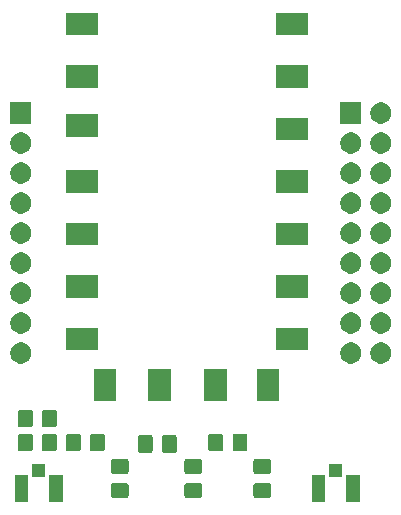
<source format=gbr>
G04 #@! TF.GenerationSoftware,KiCad,Pcbnew,5.1.5+dfsg1-2build2*
G04 #@! TF.CreationDate,2021-10-04T21:53:14-05:00*
G04 #@! TF.ProjectId,SA818_DIL,53413831-385f-4444-994c-2e6b69636164,rev?*
G04 #@! TF.SameCoordinates,Original*
G04 #@! TF.FileFunction,Soldermask,Top*
G04 #@! TF.FilePolarity,Negative*
%FSLAX46Y46*%
G04 Gerber Fmt 4.6, Leading zero omitted, Abs format (unit mm)*
G04 Created by KiCad (PCBNEW 5.1.5+dfsg1-2build2) date 2021-10-04 21:53:14*
%MOMM*%
%LPD*%
G04 APERTURE LIST*
%ADD10C,0.100000*%
G04 APERTURE END LIST*
D10*
G36*
X102601000Y-146914000D02*
G01*
X101449000Y-146914000D01*
X101449000Y-144612000D01*
X102601000Y-144612000D01*
X102601000Y-146914000D01*
G37*
G36*
X127752000Y-146914000D02*
G01*
X126600000Y-146914000D01*
X126600000Y-144612000D01*
X127752000Y-144612000D01*
X127752000Y-146914000D01*
G37*
G36*
X130702000Y-146914000D02*
G01*
X129550000Y-146914000D01*
X129550000Y-144612000D01*
X130702000Y-144612000D01*
X130702000Y-146914000D01*
G37*
G36*
X105551000Y-146914000D02*
G01*
X104399000Y-146914000D01*
X104399000Y-144612000D01*
X105551000Y-144612000D01*
X105551000Y-146914000D01*
G37*
G36*
X110951674Y-145310465D02*
G01*
X110989367Y-145321899D01*
X111024103Y-145340466D01*
X111054548Y-145365452D01*
X111079534Y-145395897D01*
X111098101Y-145430633D01*
X111109535Y-145468326D01*
X111114000Y-145513661D01*
X111114000Y-146350339D01*
X111109535Y-146395674D01*
X111098101Y-146433367D01*
X111079534Y-146468103D01*
X111054548Y-146498548D01*
X111024103Y-146523534D01*
X110989367Y-146542101D01*
X110951674Y-146553535D01*
X110906339Y-146558000D01*
X109819661Y-146558000D01*
X109774326Y-146553535D01*
X109736633Y-146542101D01*
X109701897Y-146523534D01*
X109671452Y-146498548D01*
X109646466Y-146468103D01*
X109627899Y-146433367D01*
X109616465Y-146395674D01*
X109612000Y-146350339D01*
X109612000Y-145513661D01*
X109616465Y-145468326D01*
X109627899Y-145430633D01*
X109646466Y-145395897D01*
X109671452Y-145365452D01*
X109701897Y-145340466D01*
X109736633Y-145321899D01*
X109774326Y-145310465D01*
X109819661Y-145306000D01*
X110906339Y-145306000D01*
X110951674Y-145310465D01*
G37*
G36*
X117174674Y-145310465D02*
G01*
X117212367Y-145321899D01*
X117247103Y-145340466D01*
X117277548Y-145365452D01*
X117302534Y-145395897D01*
X117321101Y-145430633D01*
X117332535Y-145468326D01*
X117337000Y-145513661D01*
X117337000Y-146350339D01*
X117332535Y-146395674D01*
X117321101Y-146433367D01*
X117302534Y-146468103D01*
X117277548Y-146498548D01*
X117247103Y-146523534D01*
X117212367Y-146542101D01*
X117174674Y-146553535D01*
X117129339Y-146558000D01*
X116042661Y-146558000D01*
X115997326Y-146553535D01*
X115959633Y-146542101D01*
X115924897Y-146523534D01*
X115894452Y-146498548D01*
X115869466Y-146468103D01*
X115850899Y-146433367D01*
X115839465Y-146395674D01*
X115835000Y-146350339D01*
X115835000Y-145513661D01*
X115839465Y-145468326D01*
X115850899Y-145430633D01*
X115869466Y-145395897D01*
X115894452Y-145365452D01*
X115924897Y-145340466D01*
X115959633Y-145321899D01*
X115997326Y-145310465D01*
X116042661Y-145306000D01*
X117129339Y-145306000D01*
X117174674Y-145310465D01*
G37*
G36*
X123016674Y-145310465D02*
G01*
X123054367Y-145321899D01*
X123089103Y-145340466D01*
X123119548Y-145365452D01*
X123144534Y-145395897D01*
X123163101Y-145430633D01*
X123174535Y-145468326D01*
X123179000Y-145513661D01*
X123179000Y-146350339D01*
X123174535Y-146395674D01*
X123163101Y-146433367D01*
X123144534Y-146468103D01*
X123119548Y-146498548D01*
X123089103Y-146523534D01*
X123054367Y-146542101D01*
X123016674Y-146553535D01*
X122971339Y-146558000D01*
X121884661Y-146558000D01*
X121839326Y-146553535D01*
X121801633Y-146542101D01*
X121766897Y-146523534D01*
X121736452Y-146498548D01*
X121711466Y-146468103D01*
X121692899Y-146433367D01*
X121681465Y-146395674D01*
X121677000Y-146350339D01*
X121677000Y-145513661D01*
X121681465Y-145468326D01*
X121692899Y-145430633D01*
X121711466Y-145395897D01*
X121736452Y-145365452D01*
X121766897Y-145340466D01*
X121801633Y-145321899D01*
X121839326Y-145310465D01*
X121884661Y-145306000D01*
X122971339Y-145306000D01*
X123016674Y-145310465D01*
G37*
G36*
X129202000Y-144814000D02*
G01*
X128100000Y-144814000D01*
X128100000Y-143662000D01*
X129202000Y-143662000D01*
X129202000Y-144814000D01*
G37*
G36*
X104051000Y-144814000D02*
G01*
X102949000Y-144814000D01*
X102949000Y-143662000D01*
X104051000Y-143662000D01*
X104051000Y-144814000D01*
G37*
G36*
X110951674Y-143260465D02*
G01*
X110989367Y-143271899D01*
X111024103Y-143290466D01*
X111054548Y-143315452D01*
X111079534Y-143345897D01*
X111098101Y-143380633D01*
X111109535Y-143418326D01*
X111114000Y-143463661D01*
X111114000Y-144300339D01*
X111109535Y-144345674D01*
X111098101Y-144383367D01*
X111079534Y-144418103D01*
X111054548Y-144448548D01*
X111024103Y-144473534D01*
X110989367Y-144492101D01*
X110951674Y-144503535D01*
X110906339Y-144508000D01*
X109819661Y-144508000D01*
X109774326Y-144503535D01*
X109736633Y-144492101D01*
X109701897Y-144473534D01*
X109671452Y-144448548D01*
X109646466Y-144418103D01*
X109627899Y-144383367D01*
X109616465Y-144345674D01*
X109612000Y-144300339D01*
X109612000Y-143463661D01*
X109616465Y-143418326D01*
X109627899Y-143380633D01*
X109646466Y-143345897D01*
X109671452Y-143315452D01*
X109701897Y-143290466D01*
X109736633Y-143271899D01*
X109774326Y-143260465D01*
X109819661Y-143256000D01*
X110906339Y-143256000D01*
X110951674Y-143260465D01*
G37*
G36*
X117174674Y-143260465D02*
G01*
X117212367Y-143271899D01*
X117247103Y-143290466D01*
X117277548Y-143315452D01*
X117302534Y-143345897D01*
X117321101Y-143380633D01*
X117332535Y-143418326D01*
X117337000Y-143463661D01*
X117337000Y-144300339D01*
X117332535Y-144345674D01*
X117321101Y-144383367D01*
X117302534Y-144418103D01*
X117277548Y-144448548D01*
X117247103Y-144473534D01*
X117212367Y-144492101D01*
X117174674Y-144503535D01*
X117129339Y-144508000D01*
X116042661Y-144508000D01*
X115997326Y-144503535D01*
X115959633Y-144492101D01*
X115924897Y-144473534D01*
X115894452Y-144448548D01*
X115869466Y-144418103D01*
X115850899Y-144383367D01*
X115839465Y-144345674D01*
X115835000Y-144300339D01*
X115835000Y-143463661D01*
X115839465Y-143418326D01*
X115850899Y-143380633D01*
X115869466Y-143345897D01*
X115894452Y-143315452D01*
X115924897Y-143290466D01*
X115959633Y-143271899D01*
X115997326Y-143260465D01*
X116042661Y-143256000D01*
X117129339Y-143256000D01*
X117174674Y-143260465D01*
G37*
G36*
X123016674Y-143260465D02*
G01*
X123054367Y-143271899D01*
X123089103Y-143290466D01*
X123119548Y-143315452D01*
X123144534Y-143345897D01*
X123163101Y-143380633D01*
X123174535Y-143418326D01*
X123179000Y-143463661D01*
X123179000Y-144300339D01*
X123174535Y-144345674D01*
X123163101Y-144383367D01*
X123144534Y-144418103D01*
X123119548Y-144448548D01*
X123089103Y-144473534D01*
X123054367Y-144492101D01*
X123016674Y-144503535D01*
X122971339Y-144508000D01*
X121884661Y-144508000D01*
X121839326Y-144503535D01*
X121801633Y-144492101D01*
X121766897Y-144473534D01*
X121736452Y-144448548D01*
X121711466Y-144418103D01*
X121692899Y-144383367D01*
X121681465Y-144345674D01*
X121677000Y-144300339D01*
X121677000Y-143463661D01*
X121681465Y-143418326D01*
X121692899Y-143380633D01*
X121711466Y-143345897D01*
X121736452Y-143315452D01*
X121766897Y-143290466D01*
X121801633Y-143271899D01*
X121839326Y-143260465D01*
X121884661Y-143256000D01*
X122971339Y-143256000D01*
X123016674Y-143260465D01*
G37*
G36*
X115026674Y-141239465D02*
G01*
X115064367Y-141250899D01*
X115099103Y-141269466D01*
X115129548Y-141294452D01*
X115154534Y-141324897D01*
X115173101Y-141359633D01*
X115184535Y-141397326D01*
X115189000Y-141442661D01*
X115189000Y-142529339D01*
X115184535Y-142574674D01*
X115173101Y-142612367D01*
X115154534Y-142647103D01*
X115129548Y-142677548D01*
X115099103Y-142702534D01*
X115064367Y-142721101D01*
X115026674Y-142732535D01*
X114981339Y-142737000D01*
X114144661Y-142737000D01*
X114099326Y-142732535D01*
X114061633Y-142721101D01*
X114026897Y-142702534D01*
X113996452Y-142677548D01*
X113971466Y-142647103D01*
X113952899Y-142612367D01*
X113941465Y-142574674D01*
X113937000Y-142529339D01*
X113937000Y-141442661D01*
X113941465Y-141397326D01*
X113952899Y-141359633D01*
X113971466Y-141324897D01*
X113996452Y-141294452D01*
X114026897Y-141269466D01*
X114061633Y-141250899D01*
X114099326Y-141239465D01*
X114144661Y-141235000D01*
X114981339Y-141235000D01*
X115026674Y-141239465D01*
G37*
G36*
X112976674Y-141239465D02*
G01*
X113014367Y-141250899D01*
X113049103Y-141269466D01*
X113079548Y-141294452D01*
X113104534Y-141324897D01*
X113123101Y-141359633D01*
X113134535Y-141397326D01*
X113139000Y-141442661D01*
X113139000Y-142529339D01*
X113134535Y-142574674D01*
X113123101Y-142612367D01*
X113104534Y-142647103D01*
X113079548Y-142677548D01*
X113049103Y-142702534D01*
X113014367Y-142721101D01*
X112976674Y-142732535D01*
X112931339Y-142737000D01*
X112094661Y-142737000D01*
X112049326Y-142732535D01*
X112011633Y-142721101D01*
X111976897Y-142702534D01*
X111946452Y-142677548D01*
X111921466Y-142647103D01*
X111902899Y-142612367D01*
X111891465Y-142574674D01*
X111887000Y-142529339D01*
X111887000Y-141442661D01*
X111891465Y-141397326D01*
X111902899Y-141359633D01*
X111921466Y-141324897D01*
X111946452Y-141294452D01*
X111976897Y-141269466D01*
X112011633Y-141250899D01*
X112049326Y-141239465D01*
X112094661Y-141235000D01*
X112931339Y-141235000D01*
X112976674Y-141239465D01*
G37*
G36*
X118945674Y-141112465D02*
G01*
X118983367Y-141123899D01*
X119018103Y-141142466D01*
X119048548Y-141167452D01*
X119073534Y-141197897D01*
X119092101Y-141232633D01*
X119103535Y-141270326D01*
X119108000Y-141315661D01*
X119108000Y-142402339D01*
X119103535Y-142447674D01*
X119092101Y-142485367D01*
X119073534Y-142520103D01*
X119048548Y-142550548D01*
X119018103Y-142575534D01*
X118983367Y-142594101D01*
X118945674Y-142605535D01*
X118900339Y-142610000D01*
X118063661Y-142610000D01*
X118018326Y-142605535D01*
X117980633Y-142594101D01*
X117945897Y-142575534D01*
X117915452Y-142550548D01*
X117890466Y-142520103D01*
X117871899Y-142485367D01*
X117860465Y-142447674D01*
X117856000Y-142402339D01*
X117856000Y-141315661D01*
X117860465Y-141270326D01*
X117871899Y-141232633D01*
X117890466Y-141197897D01*
X117915452Y-141167452D01*
X117945897Y-141142466D01*
X117980633Y-141123899D01*
X118018326Y-141112465D01*
X118063661Y-141108000D01*
X118900339Y-141108000D01*
X118945674Y-141112465D01*
G37*
G36*
X108930674Y-141112465D02*
G01*
X108968367Y-141123899D01*
X109003103Y-141142466D01*
X109033548Y-141167452D01*
X109058534Y-141197897D01*
X109077101Y-141232633D01*
X109088535Y-141270326D01*
X109093000Y-141315661D01*
X109093000Y-142402339D01*
X109088535Y-142447674D01*
X109077101Y-142485367D01*
X109058534Y-142520103D01*
X109033548Y-142550548D01*
X109003103Y-142575534D01*
X108968367Y-142594101D01*
X108930674Y-142605535D01*
X108885339Y-142610000D01*
X108048661Y-142610000D01*
X108003326Y-142605535D01*
X107965633Y-142594101D01*
X107930897Y-142575534D01*
X107900452Y-142550548D01*
X107875466Y-142520103D01*
X107856899Y-142485367D01*
X107845465Y-142447674D01*
X107841000Y-142402339D01*
X107841000Y-141315661D01*
X107845465Y-141270326D01*
X107856899Y-141232633D01*
X107875466Y-141197897D01*
X107900452Y-141167452D01*
X107930897Y-141142466D01*
X107965633Y-141123899D01*
X108003326Y-141112465D01*
X108048661Y-141108000D01*
X108885339Y-141108000D01*
X108930674Y-141112465D01*
G37*
G36*
X120995674Y-141112465D02*
G01*
X121033367Y-141123899D01*
X121068103Y-141142466D01*
X121098548Y-141167452D01*
X121123534Y-141197897D01*
X121142101Y-141232633D01*
X121153535Y-141270326D01*
X121158000Y-141315661D01*
X121158000Y-142402339D01*
X121153535Y-142447674D01*
X121142101Y-142485367D01*
X121123534Y-142520103D01*
X121098548Y-142550548D01*
X121068103Y-142575534D01*
X121033367Y-142594101D01*
X120995674Y-142605535D01*
X120950339Y-142610000D01*
X120113661Y-142610000D01*
X120068326Y-142605535D01*
X120030633Y-142594101D01*
X119995897Y-142575534D01*
X119965452Y-142550548D01*
X119940466Y-142520103D01*
X119921899Y-142485367D01*
X119910465Y-142447674D01*
X119906000Y-142402339D01*
X119906000Y-141315661D01*
X119910465Y-141270326D01*
X119921899Y-141232633D01*
X119940466Y-141197897D01*
X119965452Y-141167452D01*
X119995897Y-141142466D01*
X120030633Y-141123899D01*
X120068326Y-141112465D01*
X120113661Y-141108000D01*
X120950339Y-141108000D01*
X120995674Y-141112465D01*
G37*
G36*
X106880674Y-141112465D02*
G01*
X106918367Y-141123899D01*
X106953103Y-141142466D01*
X106983548Y-141167452D01*
X107008534Y-141197897D01*
X107027101Y-141232633D01*
X107038535Y-141270326D01*
X107043000Y-141315661D01*
X107043000Y-142402339D01*
X107038535Y-142447674D01*
X107027101Y-142485367D01*
X107008534Y-142520103D01*
X106983548Y-142550548D01*
X106953103Y-142575534D01*
X106918367Y-142594101D01*
X106880674Y-142605535D01*
X106835339Y-142610000D01*
X105998661Y-142610000D01*
X105953326Y-142605535D01*
X105915633Y-142594101D01*
X105880897Y-142575534D01*
X105850452Y-142550548D01*
X105825466Y-142520103D01*
X105806899Y-142485367D01*
X105795465Y-142447674D01*
X105791000Y-142402339D01*
X105791000Y-141315661D01*
X105795465Y-141270326D01*
X105806899Y-141232633D01*
X105825466Y-141197897D01*
X105850452Y-141167452D01*
X105880897Y-141142466D01*
X105915633Y-141123899D01*
X105953326Y-141112465D01*
X105998661Y-141108000D01*
X106835339Y-141108000D01*
X106880674Y-141112465D01*
G37*
G36*
X102816674Y-141112465D02*
G01*
X102854367Y-141123899D01*
X102889103Y-141142466D01*
X102919548Y-141167452D01*
X102944534Y-141197897D01*
X102963101Y-141232633D01*
X102974535Y-141270326D01*
X102979000Y-141315661D01*
X102979000Y-142402339D01*
X102974535Y-142447674D01*
X102963101Y-142485367D01*
X102944534Y-142520103D01*
X102919548Y-142550548D01*
X102889103Y-142575534D01*
X102854367Y-142594101D01*
X102816674Y-142605535D01*
X102771339Y-142610000D01*
X101934661Y-142610000D01*
X101889326Y-142605535D01*
X101851633Y-142594101D01*
X101816897Y-142575534D01*
X101786452Y-142550548D01*
X101761466Y-142520103D01*
X101742899Y-142485367D01*
X101731465Y-142447674D01*
X101727000Y-142402339D01*
X101727000Y-141315661D01*
X101731465Y-141270326D01*
X101742899Y-141232633D01*
X101761466Y-141197897D01*
X101786452Y-141167452D01*
X101816897Y-141142466D01*
X101851633Y-141123899D01*
X101889326Y-141112465D01*
X101934661Y-141108000D01*
X102771339Y-141108000D01*
X102816674Y-141112465D01*
G37*
G36*
X104866674Y-141112465D02*
G01*
X104904367Y-141123899D01*
X104939103Y-141142466D01*
X104969548Y-141167452D01*
X104994534Y-141197897D01*
X105013101Y-141232633D01*
X105024535Y-141270326D01*
X105029000Y-141315661D01*
X105029000Y-142402339D01*
X105024535Y-142447674D01*
X105013101Y-142485367D01*
X104994534Y-142520103D01*
X104969548Y-142550548D01*
X104939103Y-142575534D01*
X104904367Y-142594101D01*
X104866674Y-142605535D01*
X104821339Y-142610000D01*
X103984661Y-142610000D01*
X103939326Y-142605535D01*
X103901633Y-142594101D01*
X103866897Y-142575534D01*
X103836452Y-142550548D01*
X103811466Y-142520103D01*
X103792899Y-142485367D01*
X103781465Y-142447674D01*
X103777000Y-142402339D01*
X103777000Y-141315661D01*
X103781465Y-141270326D01*
X103792899Y-141232633D01*
X103811466Y-141197897D01*
X103836452Y-141167452D01*
X103866897Y-141142466D01*
X103901633Y-141123899D01*
X103939326Y-141112465D01*
X103984661Y-141108000D01*
X104821339Y-141108000D01*
X104866674Y-141112465D01*
G37*
G36*
X104866674Y-139080465D02*
G01*
X104904367Y-139091899D01*
X104939103Y-139110466D01*
X104969548Y-139135452D01*
X104994534Y-139165897D01*
X105013101Y-139200633D01*
X105024535Y-139238326D01*
X105029000Y-139283661D01*
X105029000Y-140370339D01*
X105024535Y-140415674D01*
X105013101Y-140453367D01*
X104994534Y-140488103D01*
X104969548Y-140518548D01*
X104939103Y-140543534D01*
X104904367Y-140562101D01*
X104866674Y-140573535D01*
X104821339Y-140578000D01*
X103984661Y-140578000D01*
X103939326Y-140573535D01*
X103901633Y-140562101D01*
X103866897Y-140543534D01*
X103836452Y-140518548D01*
X103811466Y-140488103D01*
X103792899Y-140453367D01*
X103781465Y-140415674D01*
X103777000Y-140370339D01*
X103777000Y-139283661D01*
X103781465Y-139238326D01*
X103792899Y-139200633D01*
X103811466Y-139165897D01*
X103836452Y-139135452D01*
X103866897Y-139110466D01*
X103901633Y-139091899D01*
X103939326Y-139080465D01*
X103984661Y-139076000D01*
X104821339Y-139076000D01*
X104866674Y-139080465D01*
G37*
G36*
X102816674Y-139080465D02*
G01*
X102854367Y-139091899D01*
X102889103Y-139110466D01*
X102919548Y-139135452D01*
X102944534Y-139165897D01*
X102963101Y-139200633D01*
X102974535Y-139238326D01*
X102979000Y-139283661D01*
X102979000Y-140370339D01*
X102974535Y-140415674D01*
X102963101Y-140453367D01*
X102944534Y-140488103D01*
X102919548Y-140518548D01*
X102889103Y-140543534D01*
X102854367Y-140562101D01*
X102816674Y-140573535D01*
X102771339Y-140578000D01*
X101934661Y-140578000D01*
X101889326Y-140573535D01*
X101851633Y-140562101D01*
X101816897Y-140543534D01*
X101786452Y-140518548D01*
X101761466Y-140488103D01*
X101742899Y-140453367D01*
X101731465Y-140415674D01*
X101727000Y-140370339D01*
X101727000Y-139283661D01*
X101731465Y-139238326D01*
X101742899Y-139200633D01*
X101761466Y-139165897D01*
X101786452Y-139135452D01*
X101816897Y-139110466D01*
X101851633Y-139091899D01*
X101889326Y-139080465D01*
X101934661Y-139076000D01*
X102771339Y-139076000D01*
X102816674Y-139080465D01*
G37*
G36*
X110069000Y-138312000D02*
G01*
X108167000Y-138312000D01*
X108167000Y-135610000D01*
X110069000Y-135610000D01*
X110069000Y-138312000D01*
G37*
G36*
X114669000Y-138312000D02*
G01*
X112767000Y-138312000D01*
X112767000Y-135610000D01*
X114669000Y-135610000D01*
X114669000Y-138312000D01*
G37*
G36*
X119419000Y-138312000D02*
G01*
X117517000Y-138312000D01*
X117517000Y-135610000D01*
X119419000Y-135610000D01*
X119419000Y-138312000D01*
G37*
G36*
X123869000Y-138312000D02*
G01*
X121967000Y-138312000D01*
X121967000Y-135610000D01*
X123869000Y-135610000D01*
X123869000Y-138312000D01*
G37*
G36*
X102094512Y-133393927D02*
G01*
X102243812Y-133423624D01*
X102407784Y-133491544D01*
X102555354Y-133590147D01*
X102680853Y-133715646D01*
X102779456Y-133863216D01*
X102847376Y-134027188D01*
X102882000Y-134201259D01*
X102882000Y-134378741D01*
X102847376Y-134552812D01*
X102779456Y-134716784D01*
X102680853Y-134864354D01*
X102555354Y-134989853D01*
X102407784Y-135088456D01*
X102243812Y-135156376D01*
X102094512Y-135186073D01*
X102069742Y-135191000D01*
X101892258Y-135191000D01*
X101867488Y-135186073D01*
X101718188Y-135156376D01*
X101554216Y-135088456D01*
X101406646Y-134989853D01*
X101281147Y-134864354D01*
X101182544Y-134716784D01*
X101114624Y-134552812D01*
X101080000Y-134378741D01*
X101080000Y-134201259D01*
X101114624Y-134027188D01*
X101182544Y-133863216D01*
X101281147Y-133715646D01*
X101406646Y-133590147D01*
X101554216Y-133491544D01*
X101718188Y-133423624D01*
X101867488Y-133393927D01*
X101892258Y-133389000D01*
X102069742Y-133389000D01*
X102094512Y-133393927D01*
G37*
G36*
X130034512Y-133393927D02*
G01*
X130183812Y-133423624D01*
X130347784Y-133491544D01*
X130495354Y-133590147D01*
X130620853Y-133715646D01*
X130719456Y-133863216D01*
X130787376Y-134027188D01*
X130822000Y-134201259D01*
X130822000Y-134378741D01*
X130787376Y-134552812D01*
X130719456Y-134716784D01*
X130620853Y-134864354D01*
X130495354Y-134989853D01*
X130347784Y-135088456D01*
X130183812Y-135156376D01*
X130034512Y-135186073D01*
X130009742Y-135191000D01*
X129832258Y-135191000D01*
X129807488Y-135186073D01*
X129658188Y-135156376D01*
X129494216Y-135088456D01*
X129346646Y-134989853D01*
X129221147Y-134864354D01*
X129122544Y-134716784D01*
X129054624Y-134552812D01*
X129020000Y-134378741D01*
X129020000Y-134201259D01*
X129054624Y-134027188D01*
X129122544Y-133863216D01*
X129221147Y-133715646D01*
X129346646Y-133590147D01*
X129494216Y-133491544D01*
X129658188Y-133423624D01*
X129807488Y-133393927D01*
X129832258Y-133389000D01*
X130009742Y-133389000D01*
X130034512Y-133393927D01*
G37*
G36*
X132574512Y-133393927D02*
G01*
X132723812Y-133423624D01*
X132887784Y-133491544D01*
X133035354Y-133590147D01*
X133160853Y-133715646D01*
X133259456Y-133863216D01*
X133327376Y-134027188D01*
X133362000Y-134201259D01*
X133362000Y-134378741D01*
X133327376Y-134552812D01*
X133259456Y-134716784D01*
X133160853Y-134864354D01*
X133035354Y-134989853D01*
X132887784Y-135088456D01*
X132723812Y-135156376D01*
X132574512Y-135186073D01*
X132549742Y-135191000D01*
X132372258Y-135191000D01*
X132347488Y-135186073D01*
X132198188Y-135156376D01*
X132034216Y-135088456D01*
X131886646Y-134989853D01*
X131761147Y-134864354D01*
X131662544Y-134716784D01*
X131594624Y-134552812D01*
X131560000Y-134378741D01*
X131560000Y-134201259D01*
X131594624Y-134027188D01*
X131662544Y-133863216D01*
X131761147Y-133715646D01*
X131886646Y-133590147D01*
X132034216Y-133491544D01*
X132198188Y-133423624D01*
X132347488Y-133393927D01*
X132372258Y-133389000D01*
X132549742Y-133389000D01*
X132574512Y-133393927D01*
G37*
G36*
X108529000Y-134062000D02*
G01*
X105827000Y-134062000D01*
X105827000Y-132160000D01*
X108529000Y-132160000D01*
X108529000Y-134062000D01*
G37*
G36*
X126329000Y-134062000D02*
G01*
X123627000Y-134062000D01*
X123627000Y-132160000D01*
X126329000Y-132160000D01*
X126329000Y-134062000D01*
G37*
G36*
X102094512Y-130853927D02*
G01*
X102243812Y-130883624D01*
X102407784Y-130951544D01*
X102555354Y-131050147D01*
X102680853Y-131175646D01*
X102779456Y-131323216D01*
X102847376Y-131487188D01*
X102882000Y-131661259D01*
X102882000Y-131838741D01*
X102847376Y-132012812D01*
X102779456Y-132176784D01*
X102680853Y-132324354D01*
X102555354Y-132449853D01*
X102407784Y-132548456D01*
X102243812Y-132616376D01*
X102094512Y-132646073D01*
X102069742Y-132651000D01*
X101892258Y-132651000D01*
X101867488Y-132646073D01*
X101718188Y-132616376D01*
X101554216Y-132548456D01*
X101406646Y-132449853D01*
X101281147Y-132324354D01*
X101182544Y-132176784D01*
X101114624Y-132012812D01*
X101080000Y-131838741D01*
X101080000Y-131661259D01*
X101114624Y-131487188D01*
X101182544Y-131323216D01*
X101281147Y-131175646D01*
X101406646Y-131050147D01*
X101554216Y-130951544D01*
X101718188Y-130883624D01*
X101867488Y-130853927D01*
X101892258Y-130849000D01*
X102069742Y-130849000D01*
X102094512Y-130853927D01*
G37*
G36*
X130034512Y-130853927D02*
G01*
X130183812Y-130883624D01*
X130347784Y-130951544D01*
X130495354Y-131050147D01*
X130620853Y-131175646D01*
X130719456Y-131323216D01*
X130787376Y-131487188D01*
X130822000Y-131661259D01*
X130822000Y-131838741D01*
X130787376Y-132012812D01*
X130719456Y-132176784D01*
X130620853Y-132324354D01*
X130495354Y-132449853D01*
X130347784Y-132548456D01*
X130183812Y-132616376D01*
X130034512Y-132646073D01*
X130009742Y-132651000D01*
X129832258Y-132651000D01*
X129807488Y-132646073D01*
X129658188Y-132616376D01*
X129494216Y-132548456D01*
X129346646Y-132449853D01*
X129221147Y-132324354D01*
X129122544Y-132176784D01*
X129054624Y-132012812D01*
X129020000Y-131838741D01*
X129020000Y-131661259D01*
X129054624Y-131487188D01*
X129122544Y-131323216D01*
X129221147Y-131175646D01*
X129346646Y-131050147D01*
X129494216Y-130951544D01*
X129658188Y-130883624D01*
X129807488Y-130853927D01*
X129832258Y-130849000D01*
X130009742Y-130849000D01*
X130034512Y-130853927D01*
G37*
G36*
X132574512Y-130853927D02*
G01*
X132723812Y-130883624D01*
X132887784Y-130951544D01*
X133035354Y-131050147D01*
X133160853Y-131175646D01*
X133259456Y-131323216D01*
X133327376Y-131487188D01*
X133362000Y-131661259D01*
X133362000Y-131838741D01*
X133327376Y-132012812D01*
X133259456Y-132176784D01*
X133160853Y-132324354D01*
X133035354Y-132449853D01*
X132887784Y-132548456D01*
X132723812Y-132616376D01*
X132574512Y-132646073D01*
X132549742Y-132651000D01*
X132372258Y-132651000D01*
X132347488Y-132646073D01*
X132198188Y-132616376D01*
X132034216Y-132548456D01*
X131886646Y-132449853D01*
X131761147Y-132324354D01*
X131662544Y-132176784D01*
X131594624Y-132012812D01*
X131560000Y-131838741D01*
X131560000Y-131661259D01*
X131594624Y-131487188D01*
X131662544Y-131323216D01*
X131761147Y-131175646D01*
X131886646Y-131050147D01*
X132034216Y-130951544D01*
X132198188Y-130883624D01*
X132347488Y-130853927D01*
X132372258Y-130849000D01*
X132549742Y-130849000D01*
X132574512Y-130853927D01*
G37*
G36*
X132574512Y-128313927D02*
G01*
X132723812Y-128343624D01*
X132887784Y-128411544D01*
X133035354Y-128510147D01*
X133160853Y-128635646D01*
X133259456Y-128783216D01*
X133327376Y-128947188D01*
X133362000Y-129121259D01*
X133362000Y-129298741D01*
X133327376Y-129472812D01*
X133259456Y-129636784D01*
X133160853Y-129784354D01*
X133035354Y-129909853D01*
X132887784Y-130008456D01*
X132723812Y-130076376D01*
X132574512Y-130106073D01*
X132549742Y-130111000D01*
X132372258Y-130111000D01*
X132347488Y-130106073D01*
X132198188Y-130076376D01*
X132034216Y-130008456D01*
X131886646Y-129909853D01*
X131761147Y-129784354D01*
X131662544Y-129636784D01*
X131594624Y-129472812D01*
X131560000Y-129298741D01*
X131560000Y-129121259D01*
X131594624Y-128947188D01*
X131662544Y-128783216D01*
X131761147Y-128635646D01*
X131886646Y-128510147D01*
X132034216Y-128411544D01*
X132198188Y-128343624D01*
X132347488Y-128313927D01*
X132372258Y-128309000D01*
X132549742Y-128309000D01*
X132574512Y-128313927D01*
G37*
G36*
X130034512Y-128313927D02*
G01*
X130183812Y-128343624D01*
X130347784Y-128411544D01*
X130495354Y-128510147D01*
X130620853Y-128635646D01*
X130719456Y-128783216D01*
X130787376Y-128947188D01*
X130822000Y-129121259D01*
X130822000Y-129298741D01*
X130787376Y-129472812D01*
X130719456Y-129636784D01*
X130620853Y-129784354D01*
X130495354Y-129909853D01*
X130347784Y-130008456D01*
X130183812Y-130076376D01*
X130034512Y-130106073D01*
X130009742Y-130111000D01*
X129832258Y-130111000D01*
X129807488Y-130106073D01*
X129658188Y-130076376D01*
X129494216Y-130008456D01*
X129346646Y-129909853D01*
X129221147Y-129784354D01*
X129122544Y-129636784D01*
X129054624Y-129472812D01*
X129020000Y-129298741D01*
X129020000Y-129121259D01*
X129054624Y-128947188D01*
X129122544Y-128783216D01*
X129221147Y-128635646D01*
X129346646Y-128510147D01*
X129494216Y-128411544D01*
X129658188Y-128343624D01*
X129807488Y-128313927D01*
X129832258Y-128309000D01*
X130009742Y-128309000D01*
X130034512Y-128313927D01*
G37*
G36*
X102094512Y-128313927D02*
G01*
X102243812Y-128343624D01*
X102407784Y-128411544D01*
X102555354Y-128510147D01*
X102680853Y-128635646D01*
X102779456Y-128783216D01*
X102847376Y-128947188D01*
X102882000Y-129121259D01*
X102882000Y-129298741D01*
X102847376Y-129472812D01*
X102779456Y-129636784D01*
X102680853Y-129784354D01*
X102555354Y-129909853D01*
X102407784Y-130008456D01*
X102243812Y-130076376D01*
X102094512Y-130106073D01*
X102069742Y-130111000D01*
X101892258Y-130111000D01*
X101867488Y-130106073D01*
X101718188Y-130076376D01*
X101554216Y-130008456D01*
X101406646Y-129909853D01*
X101281147Y-129784354D01*
X101182544Y-129636784D01*
X101114624Y-129472812D01*
X101080000Y-129298741D01*
X101080000Y-129121259D01*
X101114624Y-128947188D01*
X101182544Y-128783216D01*
X101281147Y-128635646D01*
X101406646Y-128510147D01*
X101554216Y-128411544D01*
X101718188Y-128343624D01*
X101867488Y-128313927D01*
X101892258Y-128309000D01*
X102069742Y-128309000D01*
X102094512Y-128313927D01*
G37*
G36*
X126329000Y-129612000D02*
G01*
X123627000Y-129612000D01*
X123627000Y-127710000D01*
X126329000Y-127710000D01*
X126329000Y-129612000D01*
G37*
G36*
X108529000Y-129612000D02*
G01*
X105827000Y-129612000D01*
X105827000Y-127710000D01*
X108529000Y-127710000D01*
X108529000Y-129612000D01*
G37*
G36*
X102094512Y-125773927D02*
G01*
X102243812Y-125803624D01*
X102407784Y-125871544D01*
X102555354Y-125970147D01*
X102680853Y-126095646D01*
X102779456Y-126243216D01*
X102847376Y-126407188D01*
X102882000Y-126581259D01*
X102882000Y-126758741D01*
X102847376Y-126932812D01*
X102779456Y-127096784D01*
X102680853Y-127244354D01*
X102555354Y-127369853D01*
X102407784Y-127468456D01*
X102243812Y-127536376D01*
X102094512Y-127566073D01*
X102069742Y-127571000D01*
X101892258Y-127571000D01*
X101867488Y-127566073D01*
X101718188Y-127536376D01*
X101554216Y-127468456D01*
X101406646Y-127369853D01*
X101281147Y-127244354D01*
X101182544Y-127096784D01*
X101114624Y-126932812D01*
X101080000Y-126758741D01*
X101080000Y-126581259D01*
X101114624Y-126407188D01*
X101182544Y-126243216D01*
X101281147Y-126095646D01*
X101406646Y-125970147D01*
X101554216Y-125871544D01*
X101718188Y-125803624D01*
X101867488Y-125773927D01*
X101892258Y-125769000D01*
X102069742Y-125769000D01*
X102094512Y-125773927D01*
G37*
G36*
X132574512Y-125773927D02*
G01*
X132723812Y-125803624D01*
X132887784Y-125871544D01*
X133035354Y-125970147D01*
X133160853Y-126095646D01*
X133259456Y-126243216D01*
X133327376Y-126407188D01*
X133362000Y-126581259D01*
X133362000Y-126758741D01*
X133327376Y-126932812D01*
X133259456Y-127096784D01*
X133160853Y-127244354D01*
X133035354Y-127369853D01*
X132887784Y-127468456D01*
X132723812Y-127536376D01*
X132574512Y-127566073D01*
X132549742Y-127571000D01*
X132372258Y-127571000D01*
X132347488Y-127566073D01*
X132198188Y-127536376D01*
X132034216Y-127468456D01*
X131886646Y-127369853D01*
X131761147Y-127244354D01*
X131662544Y-127096784D01*
X131594624Y-126932812D01*
X131560000Y-126758741D01*
X131560000Y-126581259D01*
X131594624Y-126407188D01*
X131662544Y-126243216D01*
X131761147Y-126095646D01*
X131886646Y-125970147D01*
X132034216Y-125871544D01*
X132198188Y-125803624D01*
X132347488Y-125773927D01*
X132372258Y-125769000D01*
X132549742Y-125769000D01*
X132574512Y-125773927D01*
G37*
G36*
X130034512Y-125773927D02*
G01*
X130183812Y-125803624D01*
X130347784Y-125871544D01*
X130495354Y-125970147D01*
X130620853Y-126095646D01*
X130719456Y-126243216D01*
X130787376Y-126407188D01*
X130822000Y-126581259D01*
X130822000Y-126758741D01*
X130787376Y-126932812D01*
X130719456Y-127096784D01*
X130620853Y-127244354D01*
X130495354Y-127369853D01*
X130347784Y-127468456D01*
X130183812Y-127536376D01*
X130034512Y-127566073D01*
X130009742Y-127571000D01*
X129832258Y-127571000D01*
X129807488Y-127566073D01*
X129658188Y-127536376D01*
X129494216Y-127468456D01*
X129346646Y-127369853D01*
X129221147Y-127244354D01*
X129122544Y-127096784D01*
X129054624Y-126932812D01*
X129020000Y-126758741D01*
X129020000Y-126581259D01*
X129054624Y-126407188D01*
X129122544Y-126243216D01*
X129221147Y-126095646D01*
X129346646Y-125970147D01*
X129494216Y-125871544D01*
X129658188Y-125803624D01*
X129807488Y-125773927D01*
X129832258Y-125769000D01*
X130009742Y-125769000D01*
X130034512Y-125773927D01*
G37*
G36*
X108529000Y-125162000D02*
G01*
X105827000Y-125162000D01*
X105827000Y-123260000D01*
X108529000Y-123260000D01*
X108529000Y-125162000D01*
G37*
G36*
X126329000Y-125162000D02*
G01*
X123627000Y-125162000D01*
X123627000Y-123260000D01*
X126329000Y-123260000D01*
X126329000Y-125162000D01*
G37*
G36*
X102094512Y-123233927D02*
G01*
X102243812Y-123263624D01*
X102407784Y-123331544D01*
X102555354Y-123430147D01*
X102680853Y-123555646D01*
X102779456Y-123703216D01*
X102847376Y-123867188D01*
X102882000Y-124041259D01*
X102882000Y-124218741D01*
X102847376Y-124392812D01*
X102779456Y-124556784D01*
X102680853Y-124704354D01*
X102555354Y-124829853D01*
X102407784Y-124928456D01*
X102243812Y-124996376D01*
X102094512Y-125026073D01*
X102069742Y-125031000D01*
X101892258Y-125031000D01*
X101867488Y-125026073D01*
X101718188Y-124996376D01*
X101554216Y-124928456D01*
X101406646Y-124829853D01*
X101281147Y-124704354D01*
X101182544Y-124556784D01*
X101114624Y-124392812D01*
X101080000Y-124218741D01*
X101080000Y-124041259D01*
X101114624Y-123867188D01*
X101182544Y-123703216D01*
X101281147Y-123555646D01*
X101406646Y-123430147D01*
X101554216Y-123331544D01*
X101718188Y-123263624D01*
X101867488Y-123233927D01*
X101892258Y-123229000D01*
X102069742Y-123229000D01*
X102094512Y-123233927D01*
G37*
G36*
X130034512Y-123233927D02*
G01*
X130183812Y-123263624D01*
X130347784Y-123331544D01*
X130495354Y-123430147D01*
X130620853Y-123555646D01*
X130719456Y-123703216D01*
X130787376Y-123867188D01*
X130822000Y-124041259D01*
X130822000Y-124218741D01*
X130787376Y-124392812D01*
X130719456Y-124556784D01*
X130620853Y-124704354D01*
X130495354Y-124829853D01*
X130347784Y-124928456D01*
X130183812Y-124996376D01*
X130034512Y-125026073D01*
X130009742Y-125031000D01*
X129832258Y-125031000D01*
X129807488Y-125026073D01*
X129658188Y-124996376D01*
X129494216Y-124928456D01*
X129346646Y-124829853D01*
X129221147Y-124704354D01*
X129122544Y-124556784D01*
X129054624Y-124392812D01*
X129020000Y-124218741D01*
X129020000Y-124041259D01*
X129054624Y-123867188D01*
X129122544Y-123703216D01*
X129221147Y-123555646D01*
X129346646Y-123430147D01*
X129494216Y-123331544D01*
X129658188Y-123263624D01*
X129807488Y-123233927D01*
X129832258Y-123229000D01*
X130009742Y-123229000D01*
X130034512Y-123233927D01*
G37*
G36*
X132574512Y-123233927D02*
G01*
X132723812Y-123263624D01*
X132887784Y-123331544D01*
X133035354Y-123430147D01*
X133160853Y-123555646D01*
X133259456Y-123703216D01*
X133327376Y-123867188D01*
X133362000Y-124041259D01*
X133362000Y-124218741D01*
X133327376Y-124392812D01*
X133259456Y-124556784D01*
X133160853Y-124704354D01*
X133035354Y-124829853D01*
X132887784Y-124928456D01*
X132723812Y-124996376D01*
X132574512Y-125026073D01*
X132549742Y-125031000D01*
X132372258Y-125031000D01*
X132347488Y-125026073D01*
X132198188Y-124996376D01*
X132034216Y-124928456D01*
X131886646Y-124829853D01*
X131761147Y-124704354D01*
X131662544Y-124556784D01*
X131594624Y-124392812D01*
X131560000Y-124218741D01*
X131560000Y-124041259D01*
X131594624Y-123867188D01*
X131662544Y-123703216D01*
X131761147Y-123555646D01*
X131886646Y-123430147D01*
X132034216Y-123331544D01*
X132198188Y-123263624D01*
X132347488Y-123233927D01*
X132372258Y-123229000D01*
X132549742Y-123229000D01*
X132574512Y-123233927D01*
G37*
G36*
X132574512Y-120693927D02*
G01*
X132723812Y-120723624D01*
X132887784Y-120791544D01*
X133035354Y-120890147D01*
X133160853Y-121015646D01*
X133259456Y-121163216D01*
X133327376Y-121327188D01*
X133362000Y-121501259D01*
X133362000Y-121678741D01*
X133327376Y-121852812D01*
X133259456Y-122016784D01*
X133160853Y-122164354D01*
X133035354Y-122289853D01*
X132887784Y-122388456D01*
X132723812Y-122456376D01*
X132574512Y-122486073D01*
X132549742Y-122491000D01*
X132372258Y-122491000D01*
X132347488Y-122486073D01*
X132198188Y-122456376D01*
X132034216Y-122388456D01*
X131886646Y-122289853D01*
X131761147Y-122164354D01*
X131662544Y-122016784D01*
X131594624Y-121852812D01*
X131560000Y-121678741D01*
X131560000Y-121501259D01*
X131594624Y-121327188D01*
X131662544Y-121163216D01*
X131761147Y-121015646D01*
X131886646Y-120890147D01*
X132034216Y-120791544D01*
X132198188Y-120723624D01*
X132347488Y-120693927D01*
X132372258Y-120689000D01*
X132549742Y-120689000D01*
X132574512Y-120693927D01*
G37*
G36*
X102094512Y-120693927D02*
G01*
X102243812Y-120723624D01*
X102407784Y-120791544D01*
X102555354Y-120890147D01*
X102680853Y-121015646D01*
X102779456Y-121163216D01*
X102847376Y-121327188D01*
X102882000Y-121501259D01*
X102882000Y-121678741D01*
X102847376Y-121852812D01*
X102779456Y-122016784D01*
X102680853Y-122164354D01*
X102555354Y-122289853D01*
X102407784Y-122388456D01*
X102243812Y-122456376D01*
X102094512Y-122486073D01*
X102069742Y-122491000D01*
X101892258Y-122491000D01*
X101867488Y-122486073D01*
X101718188Y-122456376D01*
X101554216Y-122388456D01*
X101406646Y-122289853D01*
X101281147Y-122164354D01*
X101182544Y-122016784D01*
X101114624Y-121852812D01*
X101080000Y-121678741D01*
X101080000Y-121501259D01*
X101114624Y-121327188D01*
X101182544Y-121163216D01*
X101281147Y-121015646D01*
X101406646Y-120890147D01*
X101554216Y-120791544D01*
X101718188Y-120723624D01*
X101867488Y-120693927D01*
X101892258Y-120689000D01*
X102069742Y-120689000D01*
X102094512Y-120693927D01*
G37*
G36*
X130034512Y-120693927D02*
G01*
X130183812Y-120723624D01*
X130347784Y-120791544D01*
X130495354Y-120890147D01*
X130620853Y-121015646D01*
X130719456Y-121163216D01*
X130787376Y-121327188D01*
X130822000Y-121501259D01*
X130822000Y-121678741D01*
X130787376Y-121852812D01*
X130719456Y-122016784D01*
X130620853Y-122164354D01*
X130495354Y-122289853D01*
X130347784Y-122388456D01*
X130183812Y-122456376D01*
X130034512Y-122486073D01*
X130009742Y-122491000D01*
X129832258Y-122491000D01*
X129807488Y-122486073D01*
X129658188Y-122456376D01*
X129494216Y-122388456D01*
X129346646Y-122289853D01*
X129221147Y-122164354D01*
X129122544Y-122016784D01*
X129054624Y-121852812D01*
X129020000Y-121678741D01*
X129020000Y-121501259D01*
X129054624Y-121327188D01*
X129122544Y-121163216D01*
X129221147Y-121015646D01*
X129346646Y-120890147D01*
X129494216Y-120791544D01*
X129658188Y-120723624D01*
X129807488Y-120693927D01*
X129832258Y-120689000D01*
X130009742Y-120689000D01*
X130034512Y-120693927D01*
G37*
G36*
X126329000Y-120712000D02*
G01*
X123627000Y-120712000D01*
X123627000Y-118810000D01*
X126329000Y-118810000D01*
X126329000Y-120712000D01*
G37*
G36*
X108529000Y-120712000D02*
G01*
X105827000Y-120712000D01*
X105827000Y-118810000D01*
X108529000Y-118810000D01*
X108529000Y-120712000D01*
G37*
G36*
X132574512Y-118153927D02*
G01*
X132723812Y-118183624D01*
X132887784Y-118251544D01*
X133035354Y-118350147D01*
X133160853Y-118475646D01*
X133259456Y-118623216D01*
X133327376Y-118787188D01*
X133362000Y-118961259D01*
X133362000Y-119138741D01*
X133327376Y-119312812D01*
X133259456Y-119476784D01*
X133160853Y-119624354D01*
X133035354Y-119749853D01*
X132887784Y-119848456D01*
X132723812Y-119916376D01*
X132574512Y-119946073D01*
X132549742Y-119951000D01*
X132372258Y-119951000D01*
X132347488Y-119946073D01*
X132198188Y-119916376D01*
X132034216Y-119848456D01*
X131886646Y-119749853D01*
X131761147Y-119624354D01*
X131662544Y-119476784D01*
X131594624Y-119312812D01*
X131560000Y-119138741D01*
X131560000Y-118961259D01*
X131594624Y-118787188D01*
X131662544Y-118623216D01*
X131761147Y-118475646D01*
X131886646Y-118350147D01*
X132034216Y-118251544D01*
X132198188Y-118183624D01*
X132347488Y-118153927D01*
X132372258Y-118149000D01*
X132549742Y-118149000D01*
X132574512Y-118153927D01*
G37*
G36*
X130034512Y-118153927D02*
G01*
X130183812Y-118183624D01*
X130347784Y-118251544D01*
X130495354Y-118350147D01*
X130620853Y-118475646D01*
X130719456Y-118623216D01*
X130787376Y-118787188D01*
X130822000Y-118961259D01*
X130822000Y-119138741D01*
X130787376Y-119312812D01*
X130719456Y-119476784D01*
X130620853Y-119624354D01*
X130495354Y-119749853D01*
X130347784Y-119848456D01*
X130183812Y-119916376D01*
X130034512Y-119946073D01*
X130009742Y-119951000D01*
X129832258Y-119951000D01*
X129807488Y-119946073D01*
X129658188Y-119916376D01*
X129494216Y-119848456D01*
X129346646Y-119749853D01*
X129221147Y-119624354D01*
X129122544Y-119476784D01*
X129054624Y-119312812D01*
X129020000Y-119138741D01*
X129020000Y-118961259D01*
X129054624Y-118787188D01*
X129122544Y-118623216D01*
X129221147Y-118475646D01*
X129346646Y-118350147D01*
X129494216Y-118251544D01*
X129658188Y-118183624D01*
X129807488Y-118153927D01*
X129832258Y-118149000D01*
X130009742Y-118149000D01*
X130034512Y-118153927D01*
G37*
G36*
X102094512Y-118153927D02*
G01*
X102243812Y-118183624D01*
X102407784Y-118251544D01*
X102555354Y-118350147D01*
X102680853Y-118475646D01*
X102779456Y-118623216D01*
X102847376Y-118787188D01*
X102882000Y-118961259D01*
X102882000Y-119138741D01*
X102847376Y-119312812D01*
X102779456Y-119476784D01*
X102680853Y-119624354D01*
X102555354Y-119749853D01*
X102407784Y-119848456D01*
X102243812Y-119916376D01*
X102094512Y-119946073D01*
X102069742Y-119951000D01*
X101892258Y-119951000D01*
X101867488Y-119946073D01*
X101718188Y-119916376D01*
X101554216Y-119848456D01*
X101406646Y-119749853D01*
X101281147Y-119624354D01*
X101182544Y-119476784D01*
X101114624Y-119312812D01*
X101080000Y-119138741D01*
X101080000Y-118961259D01*
X101114624Y-118787188D01*
X101182544Y-118623216D01*
X101281147Y-118475646D01*
X101406646Y-118350147D01*
X101554216Y-118251544D01*
X101718188Y-118183624D01*
X101867488Y-118153927D01*
X101892258Y-118149000D01*
X102069742Y-118149000D01*
X102094512Y-118153927D01*
G37*
G36*
X130034512Y-115613927D02*
G01*
X130183812Y-115643624D01*
X130347784Y-115711544D01*
X130495354Y-115810147D01*
X130620853Y-115935646D01*
X130719456Y-116083216D01*
X130787376Y-116247188D01*
X130822000Y-116421259D01*
X130822000Y-116598741D01*
X130787376Y-116772812D01*
X130719456Y-116936784D01*
X130620853Y-117084354D01*
X130495354Y-117209853D01*
X130347784Y-117308456D01*
X130183812Y-117376376D01*
X130034512Y-117406073D01*
X130009742Y-117411000D01*
X129832258Y-117411000D01*
X129807488Y-117406073D01*
X129658188Y-117376376D01*
X129494216Y-117308456D01*
X129346646Y-117209853D01*
X129221147Y-117084354D01*
X129122544Y-116936784D01*
X129054624Y-116772812D01*
X129020000Y-116598741D01*
X129020000Y-116421259D01*
X129054624Y-116247188D01*
X129122544Y-116083216D01*
X129221147Y-115935646D01*
X129346646Y-115810147D01*
X129494216Y-115711544D01*
X129658188Y-115643624D01*
X129807488Y-115613927D01*
X129832258Y-115609000D01*
X130009742Y-115609000D01*
X130034512Y-115613927D01*
G37*
G36*
X132574512Y-115613927D02*
G01*
X132723812Y-115643624D01*
X132887784Y-115711544D01*
X133035354Y-115810147D01*
X133160853Y-115935646D01*
X133259456Y-116083216D01*
X133327376Y-116247188D01*
X133362000Y-116421259D01*
X133362000Y-116598741D01*
X133327376Y-116772812D01*
X133259456Y-116936784D01*
X133160853Y-117084354D01*
X133035354Y-117209853D01*
X132887784Y-117308456D01*
X132723812Y-117376376D01*
X132574512Y-117406073D01*
X132549742Y-117411000D01*
X132372258Y-117411000D01*
X132347488Y-117406073D01*
X132198188Y-117376376D01*
X132034216Y-117308456D01*
X131886646Y-117209853D01*
X131761147Y-117084354D01*
X131662544Y-116936784D01*
X131594624Y-116772812D01*
X131560000Y-116598741D01*
X131560000Y-116421259D01*
X131594624Y-116247188D01*
X131662544Y-116083216D01*
X131761147Y-115935646D01*
X131886646Y-115810147D01*
X132034216Y-115711544D01*
X132198188Y-115643624D01*
X132347488Y-115613927D01*
X132372258Y-115609000D01*
X132549742Y-115609000D01*
X132574512Y-115613927D01*
G37*
G36*
X102094512Y-115613927D02*
G01*
X102243812Y-115643624D01*
X102407784Y-115711544D01*
X102555354Y-115810147D01*
X102680853Y-115935646D01*
X102779456Y-116083216D01*
X102847376Y-116247188D01*
X102882000Y-116421259D01*
X102882000Y-116598741D01*
X102847376Y-116772812D01*
X102779456Y-116936784D01*
X102680853Y-117084354D01*
X102555354Y-117209853D01*
X102407784Y-117308456D01*
X102243812Y-117376376D01*
X102094512Y-117406073D01*
X102069742Y-117411000D01*
X101892258Y-117411000D01*
X101867488Y-117406073D01*
X101718188Y-117376376D01*
X101554216Y-117308456D01*
X101406646Y-117209853D01*
X101281147Y-117084354D01*
X101182544Y-116936784D01*
X101114624Y-116772812D01*
X101080000Y-116598741D01*
X101080000Y-116421259D01*
X101114624Y-116247188D01*
X101182544Y-116083216D01*
X101281147Y-115935646D01*
X101406646Y-115810147D01*
X101554216Y-115711544D01*
X101718188Y-115643624D01*
X101867488Y-115613927D01*
X101892258Y-115609000D01*
X102069742Y-115609000D01*
X102094512Y-115613927D01*
G37*
G36*
X126329000Y-116262000D02*
G01*
X123627000Y-116262000D01*
X123627000Y-114360000D01*
X126329000Y-114360000D01*
X126329000Y-116262000D01*
G37*
G36*
X108529000Y-115962000D02*
G01*
X105827000Y-115962000D01*
X105827000Y-114060000D01*
X108529000Y-114060000D01*
X108529000Y-115962000D01*
G37*
G36*
X130822000Y-114871000D02*
G01*
X129020000Y-114871000D01*
X129020000Y-113069000D01*
X130822000Y-113069000D01*
X130822000Y-114871000D01*
G37*
G36*
X102882000Y-114871000D02*
G01*
X101080000Y-114871000D01*
X101080000Y-113069000D01*
X102882000Y-113069000D01*
X102882000Y-114871000D01*
G37*
G36*
X132574512Y-113073927D02*
G01*
X132723812Y-113103624D01*
X132887784Y-113171544D01*
X133035354Y-113270147D01*
X133160853Y-113395646D01*
X133259456Y-113543216D01*
X133327376Y-113707188D01*
X133362000Y-113881259D01*
X133362000Y-114058741D01*
X133327376Y-114232812D01*
X133259456Y-114396784D01*
X133160853Y-114544354D01*
X133035354Y-114669853D01*
X132887784Y-114768456D01*
X132723812Y-114836376D01*
X132574512Y-114866073D01*
X132549742Y-114871000D01*
X132372258Y-114871000D01*
X132347488Y-114866073D01*
X132198188Y-114836376D01*
X132034216Y-114768456D01*
X131886646Y-114669853D01*
X131761147Y-114544354D01*
X131662544Y-114396784D01*
X131594624Y-114232812D01*
X131560000Y-114058741D01*
X131560000Y-113881259D01*
X131594624Y-113707188D01*
X131662544Y-113543216D01*
X131761147Y-113395646D01*
X131886646Y-113270147D01*
X132034216Y-113171544D01*
X132198188Y-113103624D01*
X132347488Y-113073927D01*
X132372258Y-113069000D01*
X132549742Y-113069000D01*
X132574512Y-113073927D01*
G37*
G36*
X126329000Y-111812000D02*
G01*
X123627000Y-111812000D01*
X123627000Y-109910000D01*
X126329000Y-109910000D01*
X126329000Y-111812000D01*
G37*
G36*
X108529000Y-111812000D02*
G01*
X105827000Y-111812000D01*
X105827000Y-109910000D01*
X108529000Y-109910000D01*
X108529000Y-111812000D01*
G37*
G36*
X108529000Y-107362000D02*
G01*
X105827000Y-107362000D01*
X105827000Y-105460000D01*
X108529000Y-105460000D01*
X108529000Y-107362000D01*
G37*
G36*
X126329000Y-107362000D02*
G01*
X123627000Y-107362000D01*
X123627000Y-105460000D01*
X126329000Y-105460000D01*
X126329000Y-107362000D01*
G37*
M02*

</source>
